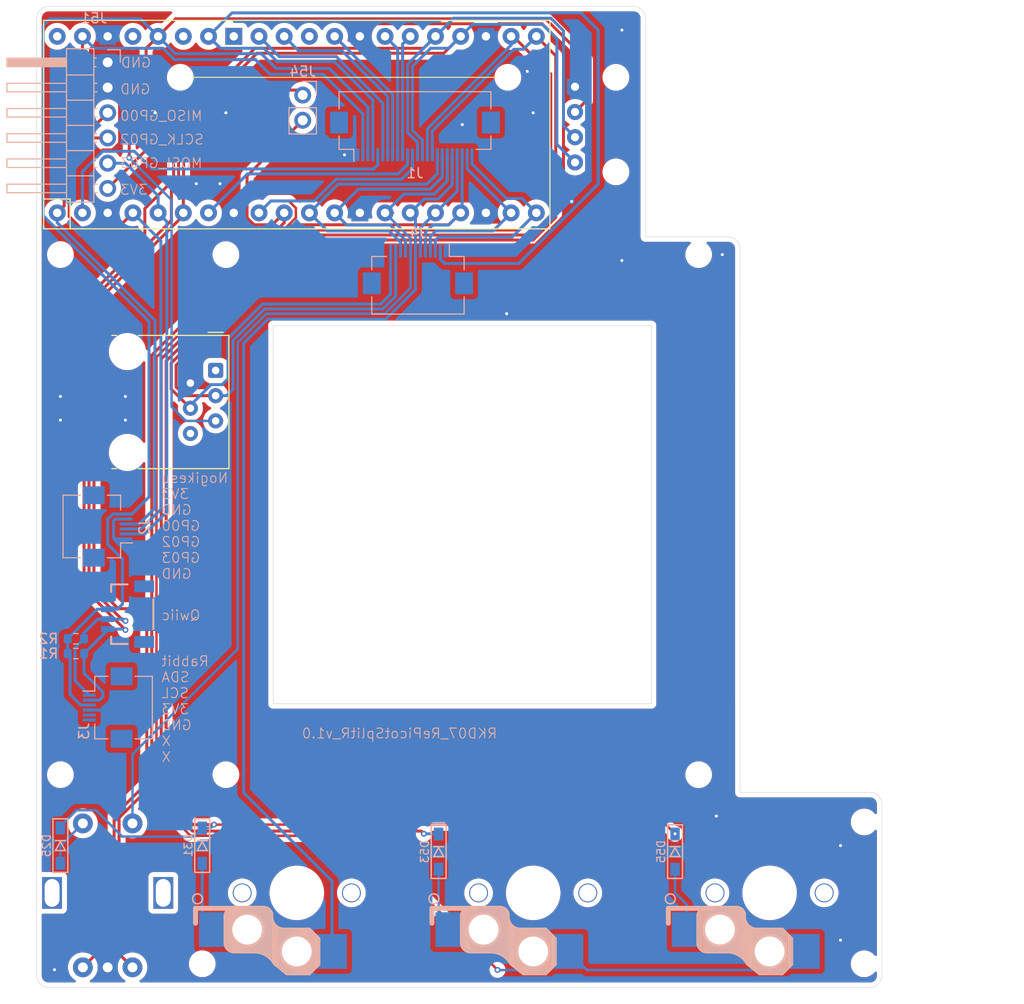
<source format=kicad_pcb>
(kicad_pcb (version 20241229) (generator "pcbnew") (generator_version "9.0")
  (layers (0 "F.Cu" signal) (2 "B.Cu" signal) (13 "F.Paste" user) (15 "B.Paste" user) (5 "F.SilkS" user "F.Silkscreen") (7 "B.SilkS" user "B.Silkscreen") (1 "F.Mask" user) (3 "B.Mask" user) (25 "Edge.Cuts" user))
  (net 0 "")
  (net 6 "Net-(D53-A)")
  (net 7 "Net-(D55-A)")
  (net 8 "ROW4_R")
  (net 9 "ROW2_R")
  (net 10 "COL9_R")
  (net 11 "SDA{slash}SCK_R")
  (net 12 "COL4_R")
  (net 13 "COL10_R")
  (net 14 "ROW1_R")
  (net 15 "COL2_R")
  (net 16 "ROW3_R")
  (net 17 "COL13_R")
  (net 18 "GND_R")
  (net 19 "COL8_R")
  (net 20 "ROW0_R")
  (net 21 "COL6_R")
  (net 22 "VCC_R")
  (net 23 "COL3_R")
  (net 24 "COL7_R")
  (net 25 "COL5_R")
  (net 26 "SCL{slash}TX_R")
  (net 27 "3V3_R")
  (net 28 "COL12_R")
  (net 29 "COL11_R")
  (net 30 "GP02_SCLK_R")
  (net 31 "GP03_MOSI_R")
  (net 32 "GP00_MISO_R")
  (net 37 "Net-(D25-A)")
  (net 38 "Net-(D31-A)")
  (net 39 "GP04_RE_A_R")
  (net 40 "GP07_RE_B_R")
  (net 41 "COL0_GP17_R")
  (net 42 "COL1_GP16_R")
  (footprint "kbd_Hole:m2_Screw_Hole" (layer "F.Cu") (at 145.25625 52.3875)
    (property "Reference" "Ref**")
    (property "Value" "Val**")
  )
  (footprint "kbd_Hole:m2_Screw_Hole" (layer "F.Cu") (at 161.925 123.825)
    (property "Reference" "Ref**")
    (property "Value" "Val**")
  )
  (footprint "kbd_Parts:Diode_SMD" (layer "F.Cu") (at 142.875 112.525 -90)
    (property "Reference" "D55")
    (property "Value" "D" (hide yes))
  )
  (footprint "Rikkodo_FootPrint:rkd_Asm_ChocV1V2_Hotswap_1u" (layer "F.Cu") (at 128.5875 116.68125)
    (property "Reference" "SW53" (hide yes))
    (property "Value" "SW_Push" (hide yes))
  )
  (footprint "kbd_Hole:m2_Screw_Hole" (layer "F.Cu") (at 145.25625 104.775)
    (property "Reference" "Ref**")
    (property "Value" "Val**")
  )
  (footprint "Rikkodo_FootPrint:rkd_Asm_ChocV1V2_Hotswap_1u" (layer "F.Cu") (at 152.4 116.681152)
    (property "Reference" "SW55" (hide yes))
    (property "Value" "SW_Push" (hide yes))
  )
  (footprint "kbd_Parts:Diode_SMD" (layer "F.Cu") (at 80.9625 111.91875 -90)
    (property "Reference" "D25")
    (property "Value" "D" (hide yes))
  )
  (footprint "kbd_Hole:m2_Screw_Hole" (layer "F.Cu") (at 80.9625 52.3875)
    (property "Reference" "Ref**")
    (property "Value" "Val**")
  )
  (footprint "Rikkodo_FootPrint:rkd_Guard_Screw_Hall" (layer "F.Cu") (at 107.15616 39.290592)
    (property "Reference" "Point1" (hide yes))
    (property "Value" "Guard_Screw_Hall" (hide yes))
  )
  (footprint "kbd_Hole:m2_Screw_Hole" (layer "F.Cu") (at 161.925 109.5375)
    (property "Reference" "Ref**")
    (property "Value" "Val**")
  )
  (footprint "kbd_Hole:m2_Screw_Hole" (layer "F.Cu") (at 95.25 123.825)
    (property "Reference" "Ref**")
    (property "Value" "Val**")
  )
  (footprint "Connector_RJ:RJ12_Amphenol_54601-x06_Horizontal" (layer "F.Cu") (at 96.599375 64.055625 -90)
    (property "Reference" "J53" (hide yes))
    (property "Value" "6P6C")
  )
  (footprint "Rikkodo_FootPrint:rkd_RPi_Pico_TH_NODBG" (layer "F.Cu") (at 104.775 39.290625 90)
    (property "Reference" "U1" (hide yes))
    (property "Value" "Pico")
  )
  (footprint "kbd_Hole:m2_Screw_Hole" (layer "F.Cu") (at 80.9625 104.775)
    (property "Reference" "Ref**")
    (property "Value" "Val**")
  )
  (footprint "kbd_Hole:m2_Screw_Hole" (layer "F.Cu") (at 97.63115 104.775)
    (property "Reference" "Ref**")
    (property "Value" "Val**")
  )
  (footprint "BrownSugar_KBD:OLED_center_display" (layer "F.Cu") (at 114.3 39.290625 90)
    (property "Reference" "OL1")
    (property "Value" "OLED")
  )
  (footprint "Rikkodo_FootPrint:rkd_Asm_ChocV1V2_Hotswap_1u" (layer "F.Cu") (at 104.775 116.68125)
    (property "Reference" "SW31" (hide yes))
    (property "Value" "SW_Push" (hide yes))
  )
  (footprint "kbd_Parts:Diode_SMD" (layer "F.Cu") (at 95.25 111.91875 -90)
    (property "Reference" "D31")
    (property "Value" "D" (hide yes))
  )
  (footprint "kbd_Hole:m2_Screw_Hole" (layer "F.Cu") (at 97.63125 52.3875)
    (property "Reference" "Ref**")
    (property "Value" "Val**")
  )
  (footprint "Rikkodo_FootPrint:rkd_unified_wid_BTM" (layer "F.Cu") (at 109.5375 34.528125)
    (property "Reference" "UnifiedW**" (hide yes))
    (property "Value" "rkd_unified_wid_BTM" (hide yes))
  )
  (footprint "kbd_Parts:Diode_SMD" (layer "F.Cu") (at 119.0625 112.525 -90)
    (property "Reference" "D53")
    (property "Value" "D" (hide yes))
  )
  (footprint "BrownSugar_KBD:RotaryEncoder_EC11-Switch" (layer "F.Cu") (at 85.725 116.68125)
    (property "Reference" "SW25" (hide yes))
    (property "Value" "RotaryEncoder_Switch")
  )
  (footprint "Resistor_SMD:R_0603_1608Metric" (layer "B.Cu") (at 82.51875 92.571016)
    (property "Reference" "R1")
    (property "Value" "1kΩ")
  )
  (footprint "Connector_FFC-FPC:Hirose_FH12-6S-0.5SH_1x06-1MP_P0.50mm_Horizontal" (layer "B.Cu") (at 85.725 79.771875 90)
    (property "Reference" "J2")
    (property "Value" "Conn_01x06")
  )
  (footprint "Connector_PinHeader_2.54mm:PinHeader_1x06_P2.54mm_Horizontal" (layer "B.Cu") (at 85.725 33.02 180)
    (property "Reference" "J51")
    (property "Value" "Conn_01x06")
  )
  (footprint "SparkFun-Connector:JST_SMD_1.0mm-4_Black" (layer "B.Cu") (at 85.725 88.60625 -90)
    (property "Reference" "J52")
    (property "Value" "Qwiic_RA")
  )
  (footprint "Connector_PinHeader_2.54mm:PinHeader_1x02_P2.54mm_Vertical" (layer "B.Cu") (at 105.370401 36.314093 180)
    (property "Reference" "J54")
    (property "Value" "Conn_01x02_Socket")
  )
  (footprint "DreaM117er-keebLibrary:Hirose_FH12-6S-0.5SH_1x06-1MP_P0.50mm_Horizontal" (layer "B.Cu") (at 85.725 98.0125 -90)
    (property "Reference" "J3")
    (property "Value" "Conn_01x06")
  )
  (footprint "DreaM117er-keebLibrary:Hirose_FH12-12S-0.5SH_1x12-1MP_P0.50mm_Horizontal" (layer "B.Cu") (at 116.978808 53.875736 180)
    (property "Reference" "J4")
    (property "Value" "Conn_01x12")
  )
  (footprint "Resistor_SMD:R_0603_1608Metric" (layer "B.Cu") (at 82.51875 91.082736)
    (property "Reference" "R2")
    (property "Value" "1kΩ")
  )
  (footprint "Connector_FFC-FPC:Hirose_FH12-24S-0.5SH_1x24-1MP_P0.50mm_Horizontal" (layer "B.Cu") (at 116.68125 40.48125)
    (property "Reference" "J1")
    (property "Value" "Conn_01x24")
  )
  (gr_line (start 79.771875 27.384375) (end 138.7079 27.384286) (stroke (width 0.05)) (layer "Edge.Cuts"))
  (gr_arc (start 138.707929 27.384286) (mid 139.549832 27.733018) (end 139.898577 28.574911) (stroke (width 0.05)) (layer "Edge.Cuts"))
  (gr_rect (start 102.39375 59.531363) (end 140.49375 97.631363) (stroke (width 0.05)) (fill no) (layer "Edge.Cuts"))
  (gr_line (start 162.529264 126.206251) (end 79.771942 126.20625) (stroke (width 0.05)) (layer "Edge.Cuts"))
  (gr_arc (start 148.232963 50.601615) (mid 149.074842 50.950359) (end 149.423587 51.792239) (stroke (width 0.05)) (layer "Edge.Cuts"))
  (gr_line (start 162.520449 106.561027) (end 149.423563 106.560954) (stroke (width 0.05)) (layer "Edge.Cuts"))
  (gr_line (start 139.898575 28.574911) (end 139.898555 50.601605) (stroke (width 0.05)) (layer "Edge.Cuts"))
  (gr_arc (start 78.581207 28.574991) (mid 78.929944 27.733076) (end 79.771875 27.384375) (stroke (width 0.05)) (layer "Edge.Cuts"))
  (gr_arc (start 162.520474 106.561009) (mid 163.362365 106.909743) (end 163.7111 107.751635) (stroke (width 0.05)) (layer "Edge.Cuts"))
  (gr_line (start 149.422426 51.792686) (end 149.423563 106.560954) (stroke (width 0.05)) (layer "Edge.Cuts"))
  (gr_line (start 139.898555 50.601605) (end 148.232963 50.601605) (stroke (width 0.05)) (layer "Edge.Cuts"))
  (gr_line (start 163.711075 107.757872) (end 163.711076 125.019964) (stroke (width 0.05)) (layer "Edge.Cuts"))
  (gr_line (start 78.581207 28.574991) (end 78.581209 125.031577) (stroke (width 0.05)) (layer "Edge.Cuts"))
  (gr_arc (start 163.711084 125.015625) (mid 163.36235 125.857516) (end 162.520458 126.206251) (stroke (width 0.05)) (layer "Edge.Cuts"))
  (gr_arc (start 79.771942 126.206227) (mid 78.935595 125.863182) (end 78.581209 125.031577) (stroke (width 0.05)) (layer "Edge.Cuts"))
  (gr_text "MOSI_GP03" (at 86.915552 43.755432 0) (layer "B.SilkS") (effects (font (size 1 1) (thickness 0.1)) (justify right bottom mirror)))
  (gr_text "3V3" (at 86.915552 46.434336 0) (layer "B.SilkS") (effects (font (size 1 1) (thickness 0.1)) (justify right bottom mirror)))
  (gr_text "SCLK_GP02" (at 86.915552 41.374184 0) (layer "B.SilkS") (effects (font (size 1 1) (thickness 0.1)) (justify right bottom mirror)))
  (gr_text "MISO_GP00" (at 86.915552 38.992936 0) (layer "B.SilkS") (effects (font (size 1 1) (thickness 0.1)) (justify right bottom mirror)))
  (gr_text "Qwiic" (at 91.08281 89.296875 0) (layer "B.SilkS") (effects (font (size 1 1) (thickness 0.1)) (justify right bottom mirror)))
  (gr_text "RKD07_RePicotSplitR_v1.0" (at 125.01573 101.20321 0) (layer "B.SilkS") (effects (font (size 1 1) (thickness 0.1)) (justify left bottom mirror)))
  (gr_text "GND" (at 86.915552 36.314032 0) (layer "B.SilkS") (effects (font (size 1 1) (thickness 0.1)) (justify right bottom mirror)))
  (gr_text "GND" (at 86.995 33.635128 0) (layer "B.SilkS") (effects (font (size 1 1) (thickness 0.1)) (justify right bottom mirror)))
  (gr_text "Rabbit\nSDA\nSCL\n3V3\nGND\nX\nX" (at 91.082889 103.584483 0) (layer "B.SilkS") (effects (font (size 1 1) (thickness 0.1)) (justify right bottom mirror)))
  (gr_text "Nogikesu\n3V3\nGND\nGP00\nGP02\nGP03\nGND" (at 91.082889 85.129759 0) (layer "B.SilkS") (effects (font (size 1 1) (thickness 0.1)) (justify right bottom mirror)))
  (segment (start 119.0625 114.3) (end 119.0625 119.20625) (width 0.25) (layer "B.Cu") (net 6))
  (segment (start 119.0625 119.20625) (end 120.2375 120.38125) (width 0.25) (layer "B.Cu") (net 6))
  (segment (start 144.05 117.85625) (end 144.05 120.381152) (width 0.25) (layer "B.Cu") (net 7))
  (segment (start 142.875 114.3) (end 142.875 116.68125) (width 0.25) (layer "B.Cu") (net 7))
  (segment (start 142.875 116.68125) (end 144.05 117.85625) (width 0.25) (layer "B.Cu") (net 7))
  (segment (start 128.905 48.180625) (end 127.173646 49.911979) (width 0.3) (layer "F.Cu") (net 8))
  (segment (start 127.173646 49.911979) (end 104.818448 49.911979) (width 0.3) (layer "F.Cu") (net 8))
  (segment (start 96.440544 109.805376) (end 141.952224 109.805376) (width 0.25) (layer "F.Cu") (net 8))
  (segment (start 91.61775 63.112677) (end 91.61775 107.095862) (width 0.3) (layer "F.Cu") (net 8))
  (segment (start 94.327264 109.805376) (end 96.440544 109.805376) (width 0.3) (layer "F.Cu") (net 8))
  (segment (start 141.952224 109.805376) (end 142.87488 110.728032) (width 0.25) (layer "F.Cu") (net 8))
  (segment (start 91.61775 107.095862) (end 94.327264 109.805376) (width 0.3) (layer "F.Cu") (net 8))
  (segment (start 104.818448 49.911979) (end 91.61775 63.112677) (width 0.3) (layer "F.Cu") (net 8))
  (via (at 96.440544 109.805376) (size 0.6) (drill 0.3) (layers "F.Cu" "B.Cu") (net 8))
  (via (at 142.87488 110.728032) (size 0.6) (drill 0.3) (layers "F.Cu" "B.Cu") (net 8))
  (segment (start 142.87488 110.74988) (end 142.875 110.75) (width 0.25) (layer "B.Cu") (net 8))
  (segment (start 127.456367 46.731992) (end 128.905 48.180625) (width 0.3) (layer "B.Cu") (net 8))
  (segment (start 80.9625 109.96875) (end 80.9625 110.14375) (width 0.25) (layer "B.Cu") (net 8))
  (segment (start 81.178125 109.753125) (end 80.9625 109.96875) (width 0.25) (layer "B.Cu") (net 8))
  (segment (start 118.728808 52.025736) (end 118.728808 50.935112) (width 0.3) (layer "B.Cu") (net 8))
  (segment (start 142.87488 110.728032) (end 142.87488 110.74988) (width 0.25) (layer "B.Cu") (net 8))
  (segment (start 82.576 108.35525) (end 84.54275 108.35525) (width 0.25) (layer "B.Cu") (net 8))
  (segment (start 119.0624 50.60152) (end 126.484105 50.60152) (width 0.3) (layer "B.Cu") (net 8))
  (segment (start 122.43125 43.254754) (end 125.908488 46.731992) (width 0.3) (layer "B.Cu") (net 8))
  (segment (start 122.43125 42.33125) (end 122.43125 43.254754) (width 0.3) (layer "B.Cu") (net 8))
  (segment (start 128.280625 48.180625) (end 128.905 48.180625) (width 0.3) (layer "B.Cu") (net 8))
  (segment (start 96.440544 109.805376) (end 96.10217 110.14375) (width 0.25) (layer "B.Cu") (net 8))
  (segment (start 94.3865 111.00725) (end 95.25 110.14375) (width 0.25) (layer "B.Cu") (net 8))
  (segment (start 81.178125 109.753125) (end 82.576 108.35525) (width 0.25) (layer "B.Cu") (net 8))
  (segment (start 126.484105 50.60152) (end 128.905 48.180625) (width 0.3) (layer "B.Cu") (net 8))
  (segment (start 96.10217 110.14375) (end 95.25 110.14375) (width 0.25) (layer "B.Cu") (net 8))
  (segment (start 125.908488 46.731992) (end 127.456367 46.731992) (width 0.3) (layer "B.Cu") (net 8))
  (segment (start 84.54275 108.35525) (end 87.19475 111.00725) (width 0.25) (layer "B.Cu") (net 8))
  (segment (start 87.19475 111.00725) (end 94.3865 111.00725) (width 0.25) (layer "B.Cu") (net 8))
  (segment (start 118.728808 50.935112) (end 119.0624 50.60152) (width 0.3) (layer "B.Cu") (net 8))
  (segment (start 117.302464 110.456376) (end 117.57412 110.728032) (width 0.3) (layer "F.Cu") (net 9))
  (segment (start 91.11675 107.303382) (end 94.269743 110.456376) (width 0.3) (layer "F.Cu") (net 9))
  (segment (start 121.285 48.180625) (end 120.084 49.381625) (width 0.3) (layer "F.Cu") (net 9))
  (segment (start 104.640282 49.381625) (end 91.11675 62.905157) (width 0.3) (layer "F.Cu") (net 9))
  (segment (start 94.269743 110.456376) (end 117.302464 110.456376) (width 0.3) (layer "F.Cu") (net 9))
  (segment (start 91.11675 62.905157) (end 91.11675 107.303382) (width 0.3) (layer "F.Cu") (net 9))
  (segment (start 120.084 49.381625) (end 104.640282 49.381625) (width 0.3) (layer "F.Cu") (net 9))
  (via (at 117.57412 110.728032) (size 0.6) (drill 0.3) (layers "F.Cu" "B.Cu") (net 9))
  (segment (start 117.57412 110.728032) (end 119.040532 110.728032) (width 0.3) (layer "B.Cu") (net 9))
  (segment (start 120.054729 49.410896) (end 118.467088 49.410896) (width 0.3) (layer "B.Cu") (net 9))
  (segment (start 121.43125 48.034375) (end 121.285 48.180625) (width 0.3) (layer "B.Cu") (net 9))
  (segment (start 121.43125 42.33125) (end 121.43125 48.034375) (width 0.3) (layer "B.Cu") (net 9))
  (segment (start 121.285 48.180625) (end 120.054729 49.410896) (width 0.3) (layer "B.Cu") (net 9))
  (segment (start 118.467088 49.410896) (end 117.728808 50.149176) (width 0.3) (layer "B.Cu") (net 9))
  (segment (start 117.728808 50.149176) (end 117.728808 52.025736) (width 0.3) (layer "B.Cu") (net 9))
  (segment (start 119.040532 110.728032) (end 119.0625 110.75) (width 0.3) (layer "B.Cu") (net 9))
  (segment (start 114.93125 42.33125) (end 114.93125 31.666875) (width 0.3) (layer "B.Cu") (net 10))
  (segment (start 114.93125 31.666875) (end 113.665 30.400625) (width 0.3) (layer "B.Cu") (net 10))
  (segment (start 100.765163 32.102625) (end 92.869 39.998784) (width 0.3) (layer "F.Cu") (net 11))
  (segment (start 92.869 39.998784) (end 92.869 45.058936) (width 0.3) (layer "F.Cu") (net 11))
  (segment (start 87.311546 89.285695) (end 87.522266 89.285695) (width 0.3) (layer "F.Cu") (net 11))
  (segment (start 92.144 45.783936) (end 92.144 48.945182) (width 0.3) (layer "F.Cu") (net 11))
  (segment (start 83.84475 85.818899) (end 87.311546 89.285695) (width 0.3) (layer "F.Cu") (net 11))
  (segment (start 119.583 32.102625) (end 100.765163 32.102625) (width 0.3) (layer "F.Cu") (net 11))
  (segment (start 92.869 45.058936) (end 92.144 45.783936) (width 0.3) (layer "F.Cu") (net 11))
  (segment (start 121.285 30.400625) (end 119.583 32.102625) (width 0.3) (layer "F.Cu") (net 11))
  (segment (start 83.84475 57.244432) (end 83.84475 85.818899) (width 0.3) (layer "F.Cu") (net 11))
  (segment (start 92.144 48.945182) (end 83.84475 57.244432) (width 0.3) (layer "F.Cu") (net 11))
  (via (at 87.522266 89.285695) (size 0.6) (drill 0.3) (layers "F.Cu" "B.Cu") (net 11))
  (segment (start 132.8 43.100625) (end 132.699 43.201625) (width 0.3) (layer "B.Cu") (net 11))
  (segment (start 82.44475 95.33225) (end 83.875 96.7625) (width 0.3) (layer "B.Cu") (net 11))
  (segment (start 87.522266 89.285695) (end 87.467464 89.285695) (width 0.3) (layer "B.Cu") (net 11))
  (segment (start 117.43125 40.868076) (end 116.43325 39.870077) (width 0.3) (layer "B.Cu") (net 11))
  (segment (start 83.34375 91.082736) (end 82.44475 91.981736) (width 0.3) (layer "B.Cu") (net 11))
  (segment (start 121.285 30.400625) (end 122.486 29.199625) (width 0.3) (layer "B.Cu") (net 11))
  (segment (start 122.486 29.199625) (end 129.509697 29.199625) (width 0.3) (layer "B.Cu") (net 11))
  (segment (start 116.43325 39.870077) (end 116.43325 33.420895) (width 0.3) (layer "B.Cu") (net 11))
  (segment (start 85.725 89.10625) (end 84.725 89.10625) (width 0.3) (layer "B.Cu") (net 11))
  (segment (start 117.43125 42.33125) (end 117.43125 40.868076) (width 0.3) (layer "B.Cu") (net 11))
  (segment (start 116.43325 33.420895) (end 118.25252 31.601625) (width 0.3) (layer "B.Cu") (net 11))
  (segment (start 120.084 31.601625) (end 121.285 30.400625) (width 0.3) (layer "B.Cu") (net 11))
  (segment (start 83.34375 90.4875) (end 83.34375 91.082736) (width 0.3) (layer "B.Cu") (net 11))
  (segment (start 82.44475 91.981736) (end 82.44475 95.33225) (width 0.3) (layer "B.Cu") (net 11))
  (segment (start 130.96864 41.269265) (end 132.8 43.100625) (width 0.3) (layer "B.Cu") (net 11))
  (segment (start 130.96864 30.658568) (end 130.96864 41.269265) (width 0.3) (layer "B.Cu") (net 11))
  (segment (start 87.288019 89.10625) (end 85.725 89.10625) (width 0.3) (layer "B.Cu") (net 11))
  (segment (start 87.467464 89.285695) (end 87.288019 89.10625) (width 0.3) (layer "B.Cu") (net 11))
  (segment (start 84.725 89.10625) (end 83.34375 90.4875) (width 0.3) (layer "B.Cu") (net 11))
  (segment (start 118.25252 31.601625) (end 120.084 31.601625) (width 0.3) (layer "B.Cu") (net 11))
  (segment (start 129.509697 29.199625) (end 130.96864 30.658568) (width 0.3) (layer "B.Cu") (net 11))
  (segment (start 118.607903 46.293521) (end 115.552104 46.293521) (width 0.3) (layer "B.Cu") (net 12))
  (segment (start 101.72067 58.340674) (end 113.62693 58.340674) (width 0.25) (layer "B.Cu") (net 12))
  (segment (start 98.821792 92.117708) (end 98.821792 61.239552) (width 0.25) (layer "B.Cu") (net 12))
  (segment (start 116.228808 55.738796) (end 116.228808 52.025736) (width 0.25) (layer "B.Cu") (net 12))
  (segment (start 113.62693 58.340674) (end 116.228808 55.738796) (width 0.25) (layer "B.Cu") (net 12))
  (segment (start 114.469359 48.180625) (end 113.665 48.180625) (width 0.25) (layer "B.Cu") (net 12))
  (segment (start 88.225 109.68125) (end 88.225 102.7145) (width 0.25) (layer "B.Cu") (net 12))
  (segment (start 88.225 102.7145) (end 98.821792 92.117708) (width 0.25) (layer "B.Cu") (net 12))
  (segment (start 113.665 48.180625) (end 116.228808 50.744433) (width 0.25) (layer "B.Cu") (net 12))
  (segment (start 98.821792 61.239552) (end 101.72067 58.340674) (width 0.25) (layer "B.Cu") (net 12))
  (segment (start 115.552104 46.293521) (end 113.665 48.180625) (width 0.3) (layer "B.Cu") (net 12))
  (segment (start 119.93125 42.33125) (end 119.93125 44.970174) (width 0.3) (layer "B.Cu") (net 12))
  (segment (start 116.228808 50.744433) (end 116.228808 52.025736) (width 0.25) (layer "B.Cu") (net 12))
  (segment (start 119.93125 44.970174) (end 118.607903 46.293521) (width 0.3) (layer "B.Cu") (net 12))
  (segment (start 114.43125 36.246875) (end 108.585 30.400625) (width 0.3) (layer "B.Cu") (net 13))
  (segment (start 114.43125 42.33125) (end 114.43125 36.246875) (width 0.3) (layer "B.Cu") (net 13))
  (segment (start 120.93125 45.994375) (end 118.745 48.180625) (width 0.3) (layer "B.Cu") (net 14))
  (segment (start 117.228808 49.696817) (end 117.228808 52.025736) (width 0.3) (layer "B.Cu") (net 14))
  (segment (start 120.93125 42.33125) (end 120.93125 45.994375) (width 0.3) (layer "B.Cu") (net 14))
  (segment (start 117.228808 49.696817) (end 118.745 48.180625) (width 0.3) (layer "B.Cu") (net 14))
  (segment (start 118.93125 42.33125) (end 118.93125 44.232047) (width 0.3) (layer "B.Cu") (net 15))
  (segment (start 108.934104 45.291521) (end 117.871776 45.291521) (width 0.3) (layer "B.Cu") (net 15))
  (segment (start 114.084352 50.006208) (end 115.228808 51.150664) (width 0.3) (layer "B.Cu") (net 15))
  (segment (start 106.045 48.180625) (end 108.934104 45.291521) (width 0.3) (layer "B.Cu") (net 15))
  (segment (start 107.870583 50.006208) (end 114.084352 50.006208) (width 0.3) (layer "B.Cu") (net 15))
  (segment (start 115.228808 51.150664) (end 115.228808 52.025736) (width 0.3) (layer "B.Cu") (net 15))
  (segment (start 106.045 48.180625) (end 107.870583 50.006208) (width 0.3) (layer "B.Cu") (net 15))
  (segment (start 118.93125 44.232047) (end 117.871776 45.291521) (width 0.3) (layer "B.Cu") (net 15))
  (segment (start 118.228808 50.542144) (end 118.764744 50.006208) (width 0.3) (layer "B.Cu") (net 16))
  (segment (start 118.764744 50.006208) (end 124.539417 50.006208) (width 0.3) (layer "B.Cu") (net 16))
  (segment (start 121.93125 42.33125) (end 121.93125 43.746875) (width 0.3) (layer "B.Cu") (net 16))
  (segment (start 124.539417 50.006208) (end 126.365 48.180625) (width 0.3) (layer "B.Cu") (net 16))
  (segment (start 118.228808 52.025736) (end 118.228808 50.542144) (width 0.3) (layer "B.Cu") (net 16))
  (segment (start 121.93125 43.746875) (end 126.365 48.180625) (width 0.3) (layer "B.Cu") (net 16))
  (segment (start 112.513968 43.755432) (end 90.189768 43.755432) (width 0.3) (layer "B.Cu") (net 17))
  (segment (start 112.93125 43.33815) (end 112.513968 43.755432) (width 0.3) (layer "B.Cu") (net 17))
  (segment (start 85.227561 41.978968) (end 83.185 44.021529) (width 0.3) (layer "B.Cu") (net 17))
  (segment (start 112.93125 42.33125) (end 112.93125 43.33815) (width 0.3) (layer "B.Cu") (net 17))
  (segment (start 88.413304 41.978968) (end 85.227561 41.978968) (width 0.3) (layer "B.Cu") (net 17))
  (segment (start 90.189768 43.755432) (end 88.413304 41.978968) (width 0.3) (layer "B.Cu") (net 17))
  (segment (start 83.185 44.021529) (end 83.185 48.180625) (width 0.3) (layer "B.Cu") (net 17))
  (segment (start 112.393917 29.131708) (end 122.556083 29.131708) (width 0.3) (layer "F.Cu") (net 18))
  (segment (start 122.556083 29.131708) (end 123.825 30.400625) (width 0.3) (layer "F.Cu") (net 18))
  (segment (start 93.12075 63.735237) (end 105.438134 51.417853) (width 0.3) (layer "F.Cu") (net 18))
  (segment (start 97.036019 45.243788) (end 97.631288 45.243788) (width 0.3) (layer "F.Cu") (net 18))
  (segment (start 98.425 46.0375) (end 98.425 48.180625) (width 0.3) (layer "F.Cu") (net 18))
  (segment (start 83.777385 43.296135) (end 83.777385 46.23301) (width 0.3) (layer "F.Cu") (net 18))
  (segment (start 111.125 48.180625) (end 112.326 46.979625) (width 0.3) (layer "F.Cu") (net 18))
  (segment (start 94.15775 65.386) (end 94.15775 64.886818) (width 0.3) (layer "F.Cu") (net 18))
  (segment (start 122.624 46.979625) (end 123.825 48.180625) (width 0.3) (layer "F.Cu") (net 18))
  (segment (start 94.059375 65.325625) (end 93.12075 64.386999) (width 0.3) (layer "F.Cu") (net 18))
  (segment (start 86.926 41.137471) (end 86.222471 41.841) (width 0.3) (layer "F.Cu") (net 18))
  (segment (start 86.222471 41.841) (end 85.23252 41.841) (width 0.3) (layer "F.Cu") (net 18))
  (segment (start 112.326 46.979625) (end 122.624 46.979625) (width 0.3) (layer "F.Cu") (net 18))
  (segment (start 132.8 35.480625) (end 132.8 32.451348) (width 0.3) (layer "F.Cu") (net 18))
  (segment (start 85.725 33.02) (end 85.725 30.400625) (width 0.3) (layer "F.Cu") (net 18))
  (segment (start 128.783284 51.417853) (end 131.639 48.562137) (width 0.3) (layer "F.Cu") (net 18))
  (segment (start 131.639 36.641625) (end 132.8 35.480625) (width 0.3) (layer "F.Cu") (net 18))
  (segment (start 93.12075 64.386999) (end 93.12075 63.735237) (width 0.3) (layer "F.Cu") (net 18))
  (segment (start 132.8 32.451348) (end 129.48036 29.131708) (width 0.3) (layer "F.Cu") (net 18))
  (segment (start 129.48036 29.131708) (end 125.093917 29.131708) (width 0.3) (layer "F.Cu") (net 18))
  (segment (start 85.23252 41.841) (end 83.777385 43.296135) (width 0.3) (layer "F.Cu") (net 18))
  (segment (start 83.777385 46.23301) (end 85.725 48.180625) (width 0.3) (layer "F.Cu") (net 18))
  (segment (start 86.926 36.761) (end 86.926 41.137471) (width 0.3) (layer "F.Cu") (net 18))
  (segment (start 111.125 30.400625) (end 112.393917 29.131708) (width 0.3) (layer "F.Cu") (net 18))
  (segment (start 125.093917 29.131708) (end 123.825 30.400625) (width 0.3) (layer "F.Cu") (net 18))
  (segment (start 109.57925 42.33125) (end 109.57925 45.2855) (width 0.3) (layer "F.Cu") (net 18))
  (segment (start 85.725 35.56) (end 86.926 36.761) (width 0.3) (layer "F.Cu") (net 18))
  (segment (start 97.631288 45.243788) (end 98.425 46.0375) (width 0.3) (layer "F.Cu") (net 18))
  (segment (start 111.125 46.83125) (end 111.125 48.180625) (width 0.3) (layer "F.Cu") (net 18))
  (segment (start 109.57925 45.2855) (end 111.125 46.83125) (width 0.3) (layer "F.Cu") (net 18))
  (segment (start 131.639 48.562137) (end 131.639 36.641625) (width 0.3) (layer "F.Cu") (net 18))
  (segment (start 105.438134 51.417853) (end 128.783284 51.417853) (width 0.3) (layer "F.Cu") (net 18))
  (via (at 147.042311 108.942279) (size 0.6) (drill 0.3) (layers "F.Cu" "B.Cu") (net 18))
  (via (at 128.5875 38.1) (size 0.6) (drill 0.3) (layers "F.Cu" "B.Cu") (net 18))
  (via (at 127.992295 33.932841) (size 0.6) (drill 0.3) (layers "F.Cu" "B.Cu") (net 18))
  (via (at 159.54375 111.91875) (size 0.6) (drill 0.3) (layers "F.Cu" "B.Cu") (net 18))
  (via (at 87.511011 69.056308) (size 0.6) (drill 0.3) (layers "F.Cu" "B.Cu") (net 18))
  (via (at 109.57925 42.33125) (size 0.6) (drill 0.3) (layers "F.Cu" "B.Cu") (net 18))
  (via (at 80.9625 69.056254) (size 0.6) (drill 0.3) (layers "F.Cu" "B.Cu") (net 18))
  (via (at 80.9625 66.675004) (size 0.6) (drill 0.3) (layers "F.Cu" "B.Cu") (net 18))
  (via (at 90.4875 38.1) (size 0.6) (drill 0.3) (layers "F.Cu" "B.Cu") (net 18))
  (via (at 159.54375 121.44375) (size 0.6) (drill 0.3) (layers "F.Cu" "B.Cu") (net 18))
  (via (at 137.517303 52.982857) (size 0.6) (drill 0.3) (layers "F.Cu" "B.Cu") (net 18))
  (via (at 121.44375 39.290625) (size 0.6) (drill 0.3) (layers "F.Cu" "B.Cu") (net 18))
  (via (at 87.511011 66.675058) (size 0.6) (drill 0.3) (layers "F.Cu" "B.Cu") (net 18))
  (via (at 132.45692 47.029648) (size 0.6) (drill 0.3) (layers "F.Cu" "B.Cu") (net 18))
  (via (at 147.637624 52.387544) (size 0.6) (drill 0.3) (layers "F.Cu" "B.Cu") (net 18))
  (via (at 97.63125 38.1) (size 0.6) (drill 0.3) (layers "F.Cu" "B.Cu") (net 18))
  (via (at 94.654767 45.243788) (size 0.6) (drill 0.3) (layers "F.Cu" "B.Cu") (net 18))
  (via (at 137.517303 29.76565) (size 0.6) (drill 0.3) (layers "F.Cu" "B.Cu") (net 18))
  (via (at 97.036019 45.243788) (size 0.6) (drill 0.3) (layers "F.Cu" "B.Cu") (net 18))
  (via (at 125.908488 58.340576) (size 0.6) (drill 0.3) (layers "F.Cu" "B.Cu") (net 18))
  (via (at 80.367255 124.420417) (size 0.6) (drill 0.3) (layers "F.Cu" "B.Cu") (net 18))
  (segment (start 119.728808 52.025736) (end 126.75836 52.025736) (width 0.3) (layer "B.Cu") (net 18))
  (segment (start 83.875 98.2625) (end 87.474844 98.2625) (width 0.3) (layer "B.Cu") (net 18))
  (segment (start 109.57925 42.33125) (end 107.729284 40.481284) (width 0.3) (layer "B.Cu") (net 18))
  (segment (start 91.678202 94.059142) (end 91.678202 85.125077) (width 0.3) (layer "B.Cu") (net 18))
  (segment (start 86.320385 80.962568) (end 86.379692 81.021875) (width 0.3) (layer "B.Cu") (net 18))
  (segment (start 87.808488 33.02) (end 85.725 33.02) (width 0.3) (layer "B.Cu") (net 18))
  (segment (start 87.80852 33.019968) (end 87.808488 33.02) (width 0.3) (layer "B.Cu") (net 18))
  (segment (start 86.379692 81.021875) (end 87.575 81.021875) (width 0.3) (layer "B.Cu") (net 18))
  (segment (start 86.320385 79.176629) (end 86.320385 80.962568) (width 0.3) (layer "B.Cu") (net 18))
  (segment (start 86.475139 79.021875) (end 86.320385 79.176629) (width 0.3) (layer "B.Cu") (net 18))
  (segment (start 110.93125 42.33125) (end 109.57925 42.33125) (width 0.3) (layer "B.Cu") (net 18))
  (segment (start 87.575 79.021875) (end 86.475139 79.021875) (width 0.3) (layer "B.Cu") (net 18))
  (segment (start 133.961 44.823096) (end 133.961 36.641626) (width 0.3) (layer "B.Cu") (net 18))
  (segment (start 95.269836 40.481284) (end 87.80852 33.019968) (width 0.3) (layer "B.Cu") (net 18))
  (segment (start 107.729284 40.481284) (end 95.269836 40.481284) (width 0.3) (layer "B.Cu") (net 18))
  (segment (start 94.15775 65.386) (end 94.15775 64.886818) (width 0.3) (layer "B.Cu") (net 18))
  (segment (start 85.725 33.02) (end 85.725 35.56) (width 0.3) (layer "B.Cu") (net 18))
  (segment (start 123.825 48.180625) (end 124.170208 48.525833) (width 0.3) (layer "B.Cu") (net 18))
  (segment (start 126.75836 52.025736) (end 133.961 44.823096) (width 0.3) (layer "B.Cu") (net 18))
  (segment (start 133.961 36.641626) (end 132.8 35.480625) (width 0.3) (layer "B.Cu") (net 18))
  (segment (start 87.474844 98.2625) (end 91.678202 94.059142) (width 0.3) (layer "B.Cu") (net 18))
  (segment (start 91.678202 85.125077) (end 87.575 81.021875) (width 0.3) (layer "B.Cu") (net 18))
  (segment (start 116.205 30.400625) (end 115.43125 31.174375) (width 0.3) (layer "B.Cu") (net 19))
  (segment (start 115.43125 31.174375) (end 115.43125 42.33125) (width 0.3) (layer "B.Cu") (net 19))
  (segment (start 135.136051 45.271171) (end 135.136051 29.76565) (width 0.3) (layer "B.Cu") (net 20))
  (segment (start 119.228808 52.85152) (end 119.657712 53.280424) (width 0.3) (layer "B.Cu") (net 20))
  (segment (start 108.550255 32.945504) (end 112.43125 36.826499) (width 0.3) (layer "B.Cu") (net 20))
  (segment (start 101.457479 31.601625) (end 102.801358 32.945504) (width 0.3) (layer "B.Cu") (net 20))
  (segment (start 119.228808 52.025736) (end 119.228808 52.851319) (width 0.3) (layer "B.Cu") (net 20))
  (segment (start 98.250285 28.03534) (end 95.885 30.400625) (width 0.3) (layer "B.Cu") (net 20))
  (segment (start 127.126798 53.280424) (end 135.136051 45.271171) (width 0.3) (layer "B.Cu") (net 20))
  (segment (start 119.657712 53.280424) (end 127.126798 53.280424) (width 0.3) (layer "B.Cu") (net 20))
  (segment (start 95.885 30.400625) (end 97.086 31.601625) (width 0.3) (layer "B.Cu") (net 20))
  (segment (start 119.228808 52.025736) (end 119.228808 52.85152) (width 0.3) (layer "B.Cu") (net 20))
  (segment (start 97.086 31.601625) (end 101.457479 31.601625) (width 0.3) (layer "B.Cu") (net 20))
  (segment (start 102.801358 32.945504) (end 108.550255 32.945504) (width 0.3) (layer "B.Cu") (net 20))
  (segment (start 133.405741 28.03534) (end 98.250285 28.03534) (width 0.3) (layer "B.Cu") (net 20))
  (segment (start 135.136051 29.76565) (end 133.405741 28.03534) (width 0.3) (layer "B.Cu") (net 20))
  (segment (start 119.228808 52.851319) (end 119.657913 53.280424) (width 0.3) (layer "B.Cu") (net 20))
  (segment (start 112.43125 36.826499) (end 112.43125 42.33125) (width 0.3) (layer "B.Cu") (net 20))
  (segment (start 111.48556 110.932376) (end 94.072577 110.932376) (width 0.25) (layer "F.Cu") (net 21))
  (segment (start 94.072577 110.932376) (end 90.64075 107.500548) (width 0.25) (layer "F.Cu") (net 21))
  (segment (start 104.681 47.693509) (end 103.992116 47.004625) (width 0.25) (layer "F.Cu") (net 21))
  (segment (start 90.64075 62.707991) (end 104.681 48.667741) (width 0.25) (layer "F.Cu") (net 21))
  (segment (start 103.992116 47.004625) (end 102.141 47.004625) (width 0.25) (layer "F.Cu") (net 21))
  (segment (start 90.64075 107.500548) (end 90.64075 62.707991) (width 0.25) (layer "F.Cu") (net 21))
  (segment (start 124.994456 124.441272) (end 111.48556 110.932376) (width 0.25) (layer "F.Cu") (net 21))
  (segment (start 124.994456 124.441272) (end 125.010435 124.45725) (width 0.25) (layer "F.Cu") (net 21))
  (segment (start 102.141 47.004625) (end 100.965 48.180625) (width 0.25) (layer "F.Cu") (net 21))
  (segment (start 104.681 48.667741) (end 104.681 47.693509) (width 0.25) (layer "F.Cu") (net 21))
  (via (at 124.994456 124.441272) (size 0.6) (drill 0.3) (layers "F.Cu" "B.Cu") (net 21))
  (segment (start 106.53748 46.979625) (end 102.166 46.979625) (width 0.3) (layer "B.Cu") (net 21))
  (segment (start 130.2615 124.45725) (end 132.1375 122.58125) (width 0.25) (layer "B.Cu") (net 21))
  (segment (start 116.43125 42.33125) (end 116.43125 43.707678) (width 0.3) (layer "B.Cu") (net 21))
  (segment (start 116.43125 43.707678) (end 115.348407 44.790521) (width 0.3) (layer "B.Cu") (net 21))
  (segment (start 154.074 124.457152) (end 155.95 122.581152) (width 0.25) (layer "B.Cu") (net 21))
  (segment (start 125.010434 124.45725) (end 130.2615 124.45725) (width 0.25) (layer "B.Cu") (net 21))
  (segment (start 115.348407 44.790521) (end 108.726583 44.790521) (width 0.3) (layer "B.Cu") (net 21))
  (segment (start 124.994456 124.441272) (end 125.010434 124.45725) (width 0.25) (layer "B.Cu") (net 21))
  (segment (start 102.166 46.979625) (end 100.965 48.180625) (width 0.3) (layer "B.Cu") (net 21))
  (segment (start 108.726583 44.790521) (end 106.53748 46.979625) (width 0.3) (layer "B.Cu") (net 21))
  (segment (start 134.013402 124.457152) (end 154.074 124.457152) (width 0.25) (layer "B.Cu") (net 21))
  (segment (start 132.1375 122.58125) (end 134.013402 124.457152) (width 0.25) (layer "B.Cu") (net 21))
  (segment (start 86.788 34.221) (end 87.896794 35.329794) (width 0.3) (layer "F.Cu") (net 22))
  (segment (start 87.896794 35.329794) (end 87.896794 42.628968) (width 0.3) (layer "F.Cu") (net 22))
  (segment (start 84.524 34.221) (end 86.788 34.221) (width 0.3) (layer "F.Cu") (net 22))
  (segment (start 83.64148 30.400657) (end 83.64148 30.93648) (width 0.3) (layer "F.Cu") (net 22))
  (segment (start 83.185 32.882) (end 84.524 34.221) (width 0.3) (layer "F.Cu") (net 22))
  (segment (start 83.185 30.400625) (end 83.185 32.882) (width 0.3) (layer "F.Cu") (net 22))
  (via (at 87.896794 42.628968) (size 0.6) (drill 0.3) (layers "F.Cu" "B.Cu") (net 22))
  (segment (start 84.386 31.601625) (end 91.29748 31.601625) (width 0.3) (layer "B.Cu") (net 22))
  (segment (start 111.43125 38.207751) (end 111.43125 42.33125) (width 0.3) (layer "B.Cu") (net 22))
  (segment (start 92.16352 46.895694) (end 92.16352 67.703596) (width 0.25) (layer "B.Cu") (net 22))
  (segment (start 92.43807 32.742215) (end 100.607897 32.742215) (width 0.3) (layer "B.Cu") (net 22))
  (segment (start 87.896794 42.628968) (end 92.16352 46.895694) (width 0.25) (layer "B.Cu") (net 22))
  (segment (start 100.607897 32.742215) (end 102.096122 34.23044) (width 0.3) (layer "B.Cu") (net 22))
  (segment (start 107.453939 34.23044) (end 111.43125 38.207751) (width 0.3) (layer "B.Cu") (net 22))
  (segment (start 83.185 30.400625) (end 84.386 31.601625) (width 0.3) (layer "B.Cu") (net 22))
  (segment (start 93.595549 69.135625) (end 96.599375 69.135625) (width 0.25) (layer "B.Cu") (net 22))
  (segment (start 92.16352 67.703596) (end 93.595549 69.135625) (width 0.25) (layer "B.Cu") (net 22))
  (segment (start 102.096122 34.23044) (end 107.453939 34.23044) (width 0.3) (layer "B.Cu") (net 22))
  (segment (start 91.29748 31.601625) (end 92.43807 32.742215) (width 0.3) (layer "B.Cu") (net 22))
  (segment (start 119.43125 42.33125) (end 119.43125 44.577206) (width 0.3) (layer "B.Cu") (net 23))
  (segment (start 118.215935 45.792521) (end 110.973104 45.792521) (width 0.3) (layer "B.Cu") (net 23))
  (segment (start 109.815271 49.410896) (end 114.19756 49.410896) (width 0.3) (layer "B.Cu") (net 23))
  (segment (start 110.973104 45.792521) (end 108.585 48.180625) (width 0.3) (layer "B.Cu") (net 23))
  (segment (start 119.43125 44.577206) (end 118.215935 45.792521) (width 0.3) (layer "B.Cu") (net 23))
  (segment (start 115.728808 50.942144) (end 115.728808 52.025736) (width 0.3) (layer "B.Cu") (net 23))
  (segment (start 108.585 48.180625) (end 109.815271 49.410896) (width 0.3) (layer "B.Cu") (net 23))
  (segment (start 114.19756 49.410896) (end 115.728808 50.942144) (width 0.3) (layer "B.Cu") (net 23))
  (segment (start 99.809193 44.256432) (end 114.989528 44.256432) (width 0.3) (layer "B.Cu") (net 24))
  (segment (start 95.885 48.180625) (end 99.809193 44.256432) (width 0.3) (layer "B.Cu") (net 24))
  (segment (start 115.93125 43.31471) (end 115.93125 42.33125) (width 0.3) (layer "B.Cu") (net 24))
  (segment (start 114.989528 44.256432) (end 115.93125 43.31471) (width 0.3) (layer "B.Cu") (net 24))
  (segment (start 120.43125 45.363142) (end 118.999871 46.794521) (width 0.3) (layer "B.Cu") (net 25))
  (segment (start 120.43125 42.33125) (end 120.43125 45.363142) (width 0.3) (layer "B.Cu") (net 25))
  (segment (start 116.728808 55.911962) (end 116.728808 52.025736) (width 0.3) (layer "B.Cu") (net 25))
  (segment (start 116.728808 48.704433) (end 116.728808 52.025736) (width 0.3) (layer "B.Cu") (net 25))
  (segment (start 113.760407 58.880363) (end 116.728808 55.911962) (width 0.3) (layer "B.Cu") (net 25))
  (segment (start 116.205 48.180625) (end 116.728808 48.704433) (width 0.3) (layer "B.Cu") (net 25))
  (segment (start 99.417104 106.585462) (end 99.417104 61.317406) (width 0.3) (layer "B.Cu") (net 25))
  (segment (start 118.999871 46.794521) (end 117.591104 46.794521) (width 0.3) (layer "B.Cu") (net 25))
  (segment (start 117.591104 46.794521) (end 116.205 48.180625) (width 0.3) (layer "B.Cu") (net 25))
  (segment (start 99.417104 61.317406) (end 101.854147 58.880363) (width 0.3) (layer "B.Cu") (net 25))
  (segment (start 101.854147 58.880363) (end 113.760407 58.880363) (width 0.3) (layer "B.Cu") (net 25))
  (segment (start 108.325 122.58125) (end 108.325 115.493358) (width 0.3) (layer "B.Cu") (net 25))
  (segment (start 108.325 115.493358) (end 99.417104 106.585462) (width 0.3) (layer "B.Cu") (net 25))
  (segment (start 89.466 50.914661) (end 89.466 47.753416) (width 0.3) (layer "F.Cu") (net 26))
  (segment (start 83.34375 57.036911) (end 89.466 50.914661) (width 0.3) (layer "F.Cu") (net 26))
  (segment (start 92.368 44.851416) (end 92.368 39.791263) (width 0.3) (layer "F.Cu") (net 26))
  (segment (start 89.466 47.753416) (end 92.368 44.851416) (width 0.3) (layer "F.Cu") (net 26))
  (segment (start 92.368 39.791263) (end 100.557641 31.601625) (width 0.3) (layer "F.Cu") (net 26))
  (segment (start 100.557641 31.601625) (end 117.544 31.601625) (width 0.3) (layer "F.Cu") (net 26))
  (segment (start 87.511011 90.19368) (end 83.34375 86.026419) (width 0.3) (layer "F.Cu") (net 26))
  (segment (start 83.34375 86.026419) (end 83.34375 57.036911) (width 0.3) (layer "F.Cu") (net 26))
  (segment (start 117.544 31.601625) (end 118.745 30.400625) (width 0.3) (layer "F.Cu") (net 26))
  (via (at 87.511011 90.19368) (size 0.6) (drill 0.3) (layers "F.Cu" "B.Cu") (net 26))
  (segment (start 83.34375 94.542281) (end 85.242094 96.440625) (width 0.3) (layer "B.Cu") (net 26))
  (segment (start 131.639 29.840648) (end 131.639 39.399625) (width 0.3) (layer "B.Cu") (net 26))
  (segment (start 118.745 30.400625) (end 120.570649 28.574976) (width 0.3) (layer "B.Cu") (net 26))
  (segment (start 83.34375 92.571016) (end 85.725 90.189766) (width 0.3) (layer "B.Cu") (net 26))
  (segment (start 84.903125 97.2625) (end 83.875 97.2625) (width 0.3) (layer "B.Cu") (net 26))
  (segment (start 115.93225 40.077597) (end 116.93125 41.076597) (width 0.3) (layer "B.Cu") (net 26))
  (segment (start 115.93225 33.213375) (end 118.745 30.400625) (width 0.3) (layer "B.Cu") (net 26))
  (segment (start 85.725 90.10625) (end 87.423581 90.10625) (width 0.3) (layer "B.Cu") (net 26))
  (segment (start 133.245 40.115625) (end 132.8 40.560625) (width 0.3) (layer "B.Cu") (net 26))
  (segment (start 85.242094 96.440625) (end 85.242094 96.923531) (width 0.3) (layer "B.Cu") (net 26))
  (segment (start 85.725 90.189766) (end 85.725 90.10625) (width 0.3) (layer "B.Cu") (net 26))
  (segment (start 115.93225 33.213375) (end 115.93225 40.077597) (width 0.3) (layer "B.Cu") (net 26))
  (segment (start 116.93125 41.076597) (end 116.93125 42.33125) (width 0.3) (layer "B.Cu") (net 26))
  (segment (start 83.34375 92.571016) (end 83.34375 94.542281) (width 0.3) (layer "B.Cu") (net 26))
  (segment (start 131.639 39.399625) (end 132.8 40.560625) (width 0.3) (layer "B.Cu") (net 26))
  (segment (start 120.570649 28.574976) (end 130.373328 28.574976) (width 0.3) (layer "B.Cu") (net 26))
  (segment (start 130.373328 28.574976) (end 131.639 29.840648) (width 0.3) (layer "B.Cu") (net 26))
  (segment (start 85.51079 90.10625) (end 85.725 90.10625) (width 0.3) (layer "B.Cu") (net 26))
  (segment (start 85.242094 96.923531) (end 84.903125 97.2625) (width 0.3) (layer "B.Cu") (net 26))
  (segment (start 87.423581 90.10625) (end 87.511011 90.19368) (width 0.3) (layer "B.Cu") (net 26))
  (segment (start 133.961 32.75796) (end 129.833748 28.630708) (width 0.3) (layer "F.Cu") (net 27))
  (segment (start 85.725 45.72) (end 89.594456 41.850544) (width 0.3) (layer "F.Cu") (net 27))
  (segment (start 132.8 38.020625) (end 133.961 36.859625) (width 0.3) (layer "F.Cu") (net 27))
  (segment (start 129.833748 28.630708) (end 92.574917 28.630708) (width 0.3) (layer "F.Cu") (net 27))
  (segment (start 89.594456 41.850544) (end 89.594456 31.611169) (width 0.3) (layer "F.Cu") (net 27))
  (segment (start 133.961 36.859625) (end 133.961 32.75796) (width 0.3) (layer "F.Cu") (net 27))
  (segment (start 92.574917 28.630708) (end 90.805 30.400625) (width 0.3) (layer "F.Cu") (net 27))
  (segment (start 89.594456 31.611169) (end 90.805 30.400625) (width 0.3) (layer "F.Cu") (net 27))
  (segment (start 85.724928 81.557744) (end 85.724928 79.027806) (width 0.3) (layer "B.Cu") (net 27))
  (segment (start 85.724928 79.027806) (end 86.231859 78.520875) (width 0.3) (layer "B.Cu") (net 27))
  (segment (start 86.231859 78.520875) (end 87.575 78.520875) (width 0.3) (layer "B.Cu") (net 27))
  (segment (start 79.232314 48.46641) (end 89.892263 59.126359) (width 0.3) (layer "B.Cu") (net 27))
  (segment (start 79.907043 28.630708) (end 79.232314 29.305437) (width 0.3) (layer "B.Cu") (net 27))
  (segment (start 92.551277 32.146902) (end 101.20321 32.146902) (width 0.3) (layer "B.Cu") (net 27))
  (segment (start 81.94375 96.690625) (end 81.94375 92.821016) (width 0.3) (layer "B.Cu") (net 27))
  (segment (start 85.725 88.10625) (end 86.7 88.10625) (width 0.3) (layer "B.Cu") (net 27))
  (segment (start 101.20321 32.146902) (end 102.691436 33.635128) (width 0.3) (layer "B.Cu") (net 27))
  (segment (start 108.049254 33.635128) (end 111.93125 37.517124) (width 0.3) (layer "B.Cu") (net 27))
  (segment (start 86.7 88.10625) (end 87.213208 87.593042) (width 0.3) (layer "B.Cu") (net 27))
  (segment (start 88.165765 78.521875) (end 87.575 78.521875) (width 0.3) (layer "B.Cu") (net 27))
  (segment (start 89.892263 59.126359) (end 89.892263 76.795377) (width 0.3) (layer "B.Cu") (net 27))
  (segment (start 81.69375 91.082736) (end 84.670236 88.10625) (width 0.3) (layer "B.Cu") (net 27))
  (segment (start 87.213208 83.046024) (end 85.724928 81.557744) (width 0.3) (layer "B.Cu") (net 27))
  (segment (start 111.93125 37.517124) (end 111.93125 42.33125) (width 0.3) (layer "B.Cu") (net 27))
  (segment (start 87.213208 87.593042) (end 87.213208 83.046024) (width 0.3) (layer "B.Cu") (net 27))
  (segment (start 89.035083 28.630708) (end 79.907043 28.630708) (width 0.3) (layer "B.Cu") (net 27))
  (segment (start 90.805 30.400625) (end 92.551277 32.146902) (width 0.3) (layer "B.Cu") (net 27))
  (segment (start 90.805 30.400625) (end 89.035083 28.630708) (width 0.3) (layer "B.Cu") (net 27))
  (segment (start 81.94375 92.821016) (end 81.69375 92.571016) (width 0.3) (layer "B.Cu") (net 27))
  (segment (start 102.691436 33.635128) (end 108.049254 33.635128) (width 0.3) (layer "B.Cu") (net 27))
  (segment (start 89.892263 76.795377) (end 88.165765 78.521875) (width 0.3) (layer "B.Cu") (net 27))
  (segment (start 84.670236 88.10625) (end 85.725 88.10625) (width 0.3) (layer "B.Cu") (net 27))
  (segment (start 83.015625 97.7625) (end 81.94375 96.690625) (width 0.3) (layer "B.Cu") (net 27))
  (segment (start 81.69375 91.082736) (end 81.69375 92.571016) (width 0.3) (layer "B.Cu") (net 27))
  (segment (start 79.232314 29.305437) (end 79.232314 48.46641) (width 0.3) (layer "B.Cu") (net 27))
  (segment (start 83.875 97.7625) (end 83.015625 97.7625) (width 0.3) (layer "B.Cu") (net 27))
  (segment (start 113.43125 37.117979) (end 108.757775 32.444504) (width 0.3) (layer "B.Cu") (net 28))
  (segment (start 103.008878 32.444504) (end 100.965 30.400626) (width 0.3) (layer "B.Cu") (net 28))
  (segment (start 100.965 30.400626) (end 100.965 30.400625) (width 0.3) (layer "B.Cu") (net 28))
  (segment (start 108.757775 32.444504) (end 103.008878 32.444504) (width 0.3) (layer "B.Cu") (net 28))
  (segment (start 113.43125 42.33125) (end 113.43125 37.117979) (width 0.3) (layer "B.Cu") (net 28))
  (segment (start 113.93125 42.33125) (end 113.93125 36.455395) (width 0.3) (layer "B.Cu") (net 29))
  (segment (start 109.325047 31.849192) (end 104.953567 31.849192) (width 0.3) (layer "B.Cu") (net 29))
  (segment (start 113.93125 36.455395) (end 109.325047 31.849192) (width 0.3) (layer "B.Cu") (net 29))
  (segment (start 104.953567 31.849192) (end 103.505 30.400625) (width 0.3) (layer "B.Cu") (net 29))
  (segment (start 83.89352 40.64) (end 85.725 40.64) (width 0.3) (layer "F.Cu") (net 30))
  (segment (start 81.846 42.68752) (end 83.89352 40.64) (width 0.3) (layer "F.Cu") (net 30))
  (segment (start 83.312154 50.00625) (end 81.846 48.540096) (width 0.3) (layer "F.Cu") (net 30))
  (segment (start 86.439375 50.00625) (end 83.312154 50.00625) (width 0.3) (layer "F.Cu") (net 30))
  (segment (start 81.846 48.540096) (end 81.846 42.68752) (width 0.3) (layer "F.Cu") (net 30))
  (segment (start 88.265 48.180625) (end 86.439375 50.00625) (width 0.3) (layer "F.Cu") (net 30))
  (segment (start 89.10355 80.021875) (end 87.575 80.021875) (width 0.3) (layer "B.Cu") (net 30))
  (segment (start 91.082889 78.042536) (end 89.10355 80.021875) (width 0.3) (layer "B.Cu") (net 30))
  (segment (start 88.265 48.180625) (end 91.082889 50.998514) (width 0.3) (layer "B.Cu") (net 30))
  (segment (start 91.082889 50.998514) (end 91.082889 78.042536) (width 0.3) (layer "B.Cu") (net 30))
  (segment (start 90.805 48.180625) (end 91.678202 49.053827) (width 0.3) (layer "B.Cu") (net 31))
  (segment (start 91.678202 49.053827) (end 91.678202 78.303427) (width 0.3) (layer "B.Cu") (net 31))
  (segment (start 90.805 46.457828) (end 90.805 48.180625) (width 0.3) (layer "B.Cu") (net 31))
  (segment (start 89.458754 80.522875) (end 89.457754 80.521875) (width 0.3) (layer "B.Cu") (net 31))
  (segment (start 90.805 48.180625) (end 91.082889 48.458514) (width 0.3) (layer "B.Cu") (net 31))
  (segment (start 91.678202 78.303427) (end 89.458754 80.522875) (width 0.3) (layer "B.Cu") (net 31))
  (segment (start 89.457754 80.521875) (end 87.575 80.521875) (width 0.3) (layer "B.Cu") (net 31))
  (segment (start 85.725 43.18) (end 87.527172 43.18) (width 0.3) (layer "B.Cu") (net 31))
  (segment (start 87.527172 43.18) (end 90.805 46.457828) (width 0.3) (layer "B.Cu") (net 31))
  (segment (start 81.345 47.480625) (end 80.645 48.180625) (width 0.3) (layer "F.Cu") (net 32))
  (segment (start 81.345 42.48) (end 81.345 47.480625) (width 0.3) (layer "F.Cu") (net 32))
  (segment (start 85.725 38.1) (end 81.345 42.48) (width 0.3) (layer "F.Cu") (net 32))
  (segment (start 90.487576 59.013152) (end 90.487576 77.929329) (width 0.3) (layer "B.Cu") (net 32))
  (segment (start 88.89503 79.521875) (end 87.575 79.521875) (width 0.3) (layer "B.Cu") (net 32))
  (segment (start 80.645 49.170576) (end 90.487576 59.013152) (width 0.3) (layer "B.Cu") (net 32))
  (segment (start 80.645 48.180625) (end 80.645 49.170576) (width 0.3) (layer "B.Cu") (net 32))
  (segment (start 90.487576 77.929329) (end 88.89503 79.521875) (width 0.3) (layer "B.Cu") (net 32))
  (segment (start 80.9625 111.94375) (end 83.225 109.68125) (width 0.25) (layer "B.Cu") (net 37))
  (segment (start 80.9625 113.69375) (end 80.9625 111.94375) (width 0.25) (layer "B.Cu") (net 37))
  (segment (start 95.25 113.69375) (end 95.25 119.20625) (width 0.3) (layer "B.Cu") (net 38))
  (segment (start 95.25 119.20625) (end 96.425 120.38125) (width 0.3) (layer "B.Cu") (net 38))
  (segment (start 86.785008 88.050637) (end 84.34575 85.611379) (width 0.3) (layer "F.Cu") (net 39))
  (segment (start 86.373 121.03325) (end 86.373 108.914125) (width 0.3) (layer "F.Cu") (net 39))
  (segment (start 89.66375 105.623375) (end 89.66375 89.933722) (width 0.3) (layer "F.Cu") (net 39))
  (segment (start 93.345 48.452701) (end 93.345 48.180625) (width 0.3) (layer "F.Cu") (net 39))
  (segment (start 87.780665 88.050637) (end 86.785008 88.050637) (width 0.3) (layer "F.Cu") (net 39))
  (segment (start 84.34575 57.451951) (end 93.345 48.452701) (width 0.3) (layer "F.Cu") (net 39))
  (segment (start 86.373 108.914125) (end 89.66375 105.623375) (width 0.3) (layer "F.Cu") (net 39))
  (segment (start 84.34575 85.611379) (end 84.34575 57.451951) (width 0.3) (layer "F.Cu") (net 39))
  (segment (start 83.225 124.18125) (end 86.373 121.03325) (width 0.3) (layer "F.Cu") (net 39))
  (segment (start 105.370401 36.314093) (end 104.869401 35.813093) (width 0.3) (layer "F.Cu") (net 39))
  (segment (start 93.37 40.206307) (end 93.37 45.266456) (width 0.3) (layer "F.Cu") (net 39))
  (segment (start 104.869401 35.813093) (end 97.763214 35.813093) (width 0.3) (layer "F.Cu") (net 39))
  (segment (start 89.66375 89.933722) (end 87.780665 88.050637) (width 0.3) (layer "F.Cu") (net 39))
  (segment (start 97.763214 35.813093) (end 93.37 40.206307) (width 0.3) (layer "F.Cu") (net 39))
  (segment (start 93.345 45.291457) (end 93.345 48.180625) (width 0.3) (layer "F.Cu") (net 39))
  (segment (start 93.37 45.266456) (end 93.345 45.291457) (width 0.3) (layer "F.Cu") (net 39))
  (segment (start 102.304 49.381625) (end 103.505 48.180625) (width 0.3) (layer "F.Cu") (net 40))
  (segment (start 99.764 48.678096) (end 100.467529 49.381625) (width 0.3) (layer "F.Cu") (net 40))
  (segment (start 90.16475 62.510825) (end 90.16475 105.830897) (width 0.3) (layer "F.Cu") (net 40))
  (segment (start 103.505 48.180625) (end 103.505 49.170575) (width 0.3) (layer "F.Cu") (net 40))
  (segment (start 105.370401 38.854093) (end 99.764 44.460494) (width 0.3) (layer "F.Cu") (net 40))
  (segment (start 99.764 44.460494) (end 99.764 48.678096) (width 0.3) (layer "F.Cu") (net 40))
  (segment (start 90.16475 105.830897) (end 86.874 109.121647) (width 0.3) (layer "F.Cu") (net 40))
  (segment (start 86.874 109.121647) (end 86.874 122.83025) (width 0.3) (layer "F.Cu") (net 40))
  (segment (start 103.505 49.170575) (end 90.16475 62.510825) (width 0.3) (layer "F.Cu") (net 40))
  (segment (start 100.467529 49.381625) (end 102.304 49.381625) (width 0.3) (layer "F.Cu") (net 40))
  (segment (start 86.874 122.83025) (end 88.225 124.18125) (width 0.3) (layer "F.Cu") (net 40))
  (segment (start 128.371117 50.412979) (end 105.025968 50.412979) (width 0.3) (layer "F.Cu") (net 41))
  (segment (start 105.025968 50.412979) (end 92.11875 63.320197) (width 0.3) (layer "F.Cu") (net 41))
  (segment (start 92.11875 65.925) (end 94.059375 67.865625) (width 0.3) (layer "F.Cu") (net 41))
  (segment (start 126.365 30.400625) (end 126.571279 30.400625) (width 0.3) (layer "F.Cu") (net 41))
  (segment (start 130.357438 34.186784) (end 130.357438 48.426658) (width 0.3) (layer "F.Cu") (net 41))
  (segment (start 92.11875 63.320197) (end 92.11875 65.925) (width 0.3) (layer "F.Cu") (net 41))
  (segment (start 126.571279 30.400625) (end 130.357438 34.186784) (width 0.3) (layer "F.Cu") (net 41))
  (segment (start 130.357438 48.426658) (end 128.371117 50.412979) (width 0.3) (layer "F.Cu") (net 41))
  (segment (start 94.059375 67.865625) (end 94.059375 67.564433) (width 0.3) (layer "B.Cu") (net 41))
  (segment (start 117.93125 39.715488) (end 117.93025 39.714488) (width 0.3) (layer "B.Cu") (net 41))
  (segment (start 94.059375 67.564433) (end 96.139378 65.48443) (width 0.3) (layer "B.Cu") (net 41))
  (segment (start 114.228808 56.35711) (end 113.222244 57.363674) (width 0.3) (layer "B.Cu") (net 41))
  (segment (start 114.228808 52.025736) (end 114.228808 56.35711) (width 0.3) (layer "B.Cu") (net 41))
  (segment (start 126.365 31.279738) (end 117.93025 39.714488) (width 0.3) (layer "B.Cu") (net 41))
  (segment (start 126.365 30.400625) (end 126.365 31.279738) (width 0.3) (layer "B.Cu") (net 41))
  (segment (start 117.93125 42.33125) (end 117.93125 39.715488) (width 0.3) (layer "B.Cu") (net 41))
  (segment (start 126.053355 30.400625) (end 126.365 30.400625) (width 0.3) (layer "B.Cu") (net 41))
  (segment (start 97.249479 65.48443) (end 97.844792 64.889117) (width 0.3) (layer "B.Cu") (net 41))
  (segment (start 97.844792 60.834866) (end 101.315984 57.363674) (width 0.3) (layer "B.Cu") (net 41))
  (segment (start 97.844792 64.889117) (end 97.844792 60.834866) (width 0.3) (layer "B.Cu") (net 41))
  (segment (start 96.139378 65.48443) (end 97.249479 65.48443) (width 0.3) (layer "B.Cu") (net 41))
  (segment (start 113.222244 57.363674) (end 101.315984 57.363674) (width 0.3) (layer "B.Cu") (net 41))
  (segment (start 92.61975 63.527717) (end 92.61975 65.71748) (width 0.3) (layer "F.Cu") (net 42))
  (segment (start 93.497895 66.595625) (end 96.599375 66.595625) (width 0.3) (layer "F.Cu") (net 42))
  (segment (start 130.858438 48.634179) (end 128.575763 50.916853) (width 0.3) (layer "F.Cu") (net 42))
  (segment (start 92.61975 65.71748) (end 93.497895 66.595625) (width 0.3) (layer "F.Cu") (net 42))
  (segment (start 128.905 30.400625) (end 130.858438 32.354063) (width 0.3) (layer "F.Cu") (net 42))
  (segment (start 130.858438 32.354063) (end 130.858438 48.634179) (width 0.3) (layer "F.Cu") (net 42))
  (segment (start 128.575763 50.916853) (end 105.230614 50.916853) (width 0.3) (layer "F.Cu") (net 42))
  (segment (start 105.230614 50.916853) (end 92.61975 63.527717) (width 0.3) (layer "F.Cu") (net 42))
  (segment (start 113.429764 57.864674) (end 101.523504 57.864674) (width 0.3) (layer "B.Cu") (net 42))
  (segment (start 118.43125 42.33125) (end 118.43125 39.922008) (width 0.3) (layer "B.Cu") (net 42))
  (segment (start 127.598202 31.707424) (end 128.905 30.400625) (width 0.3) (layer "B.Cu") (net 42))
  (segment (start 126.645834 31.707424) (end 127.598202 31.707424) (width 0.3) (layer "B.Cu") (net 42))
  (segment (start 114.728808 52.025736) (end 114.728808 56.56563) (width 0.3) (layer "B.Cu") (net 42))
  (segment (start 98.345792 65.960596) (end 97.710763 66.595625) (width 0.3) (layer "B.Cu") (net 42))
  (segment (start 97.710763 66.595625) (end 96.599375 66.595625) (width 0.3) (layer "B.Cu") (net 42))
  (segment (start 118.43125 39.922008) (end 126.645834 31.707424) (width 0.3) (layer "B.Cu") (net 42))
  (segment (start 114.728808 56.56563) (end 113.429764 57.864674) (width 0.3) (layer "B.Cu") (net 42))
  (segment (start 101.523504 57.864674) (end 98.345792 61.042386) (width 0.3) (layer "B.Cu") (net 42))
  (segment (start 98.345792 61.042386) (end 98.345792 65.960596) (width 0.3) (layer "B.Cu") (net 42))
  (zone (net 18) (net_name "GND_R") (layers "F.Cu" "B.Cu") (priority 1) (connect_pads yes (clearance 0.5)) (min_thickness 0.25) (fill yes (thermal_gap 0.5) (thermal_bridge_width 0.5))
    (polygon (pts (xy 78.58125 27.384375) (xy 78.581316 126.206356) (xy 163.711075 126.206377) (xy 163.711075 106.561048) (xy 149.423563 106.561048) (xy 149.423563 50.601626) (xy 139.898555 50.601626) (xy 139.898555 27.384375)))
  )
)
</source>
